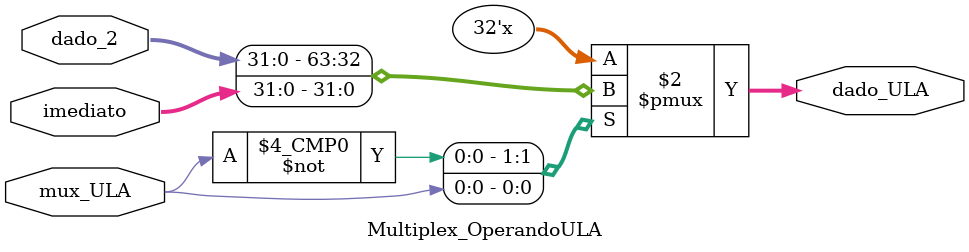
<source format=v>
module Multiplex_OperandoULA (dado_2, imediato, mux_ULA, dado_ULA);

	input [31:0]dado_2;				//Entrada do DADO 2
	input [31:0]imediato;			//Entrada do IMEDIATO
	input mux_ULA;						//Entrada do CONTROLADOR
	output reg [31:0]dado_ULA;		//Saida do DADO ULA
	
	always @(*)
	begin
		case(mux_ULA)
			0:
				dado_ULA = dado_2;
			1:
				dado_ULA = imediato;
		endcase
	end
endmodule 
</source>
